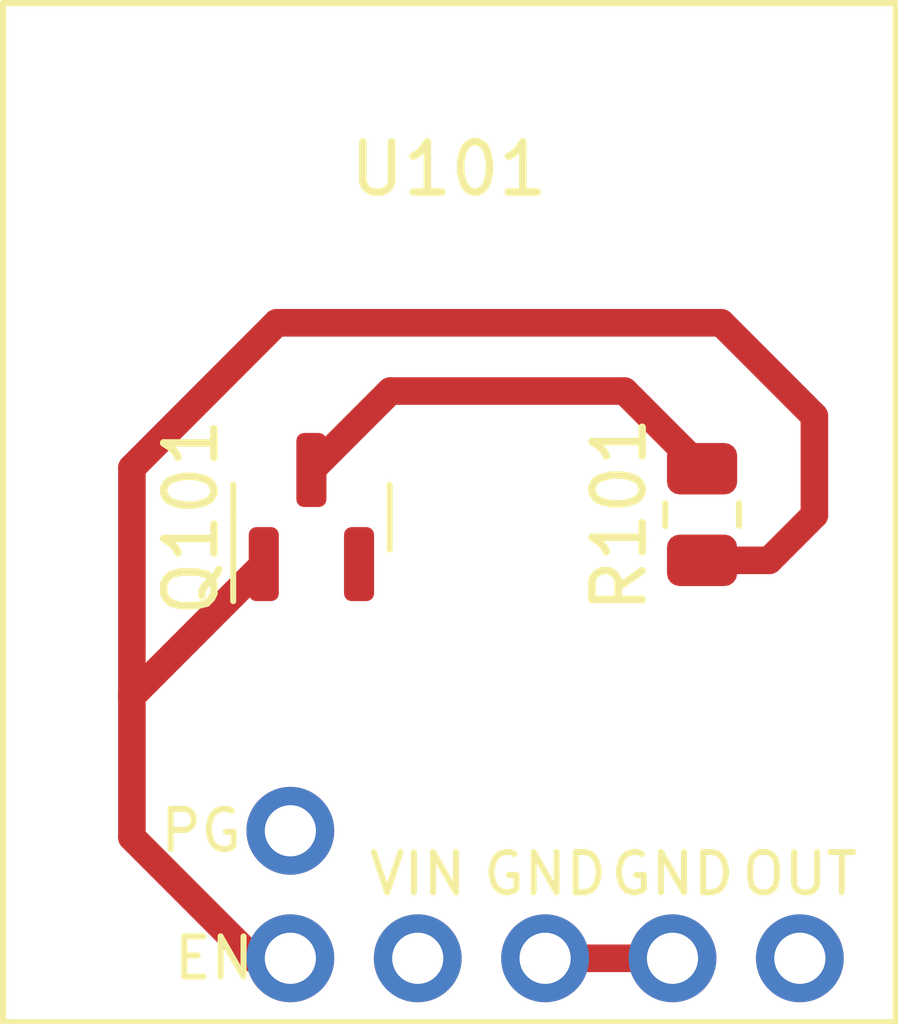
<source format=kicad_pcb>
(kicad_pcb (version 20211014) (generator pcbnew)
  (layers (0 "F.Cu" signal) (31 "B.Cu" signal) (34 "B.Paste" user) (35 "F.Paste" user) (36 "B.SilkS" user "B.Silkscreen") (37 "F.SilkS" user "F.Silkscreen") (38 "B.Mask" user) (39 "F.Mask" user) (44 "Edge.Cuts" user))
  (net 0 "")
  (net 1 "/3V3")
  (net 2 "GND")
  (net 3 "/EN")
  (net 4 "Net-(Q101-Pad3)")
  (net 5 "/IN")
  (footprint "Resistor_SMD:R_0805_2012Metric" (layer "F.Cu") (at 159.15 91.26 90)
    (fp_text reference "R101" (at 0 -1.65 90) (layer "F.SilkS"))
    (fp_text value "10K")
    (fp_line (start -0.227064 0.735) (end 0.227064 0.735) (layer "F.SilkS") (width 0.12))
    (fp_line (start -0.227064 -0.735) (end 0.227064 -0.735) (layer "F.SilkS") (width 0.12))
    (pad "1" smd roundrect locked (at -0.9125 0 90) (size 1.025 1.4) (layers "F.Cu" "F.Paste" "F.Mask") (roundrect_rratio 0.243902) (net 3 "/EN"))
    (pad "2" smd roundrect locked (at 0.9125 0 90) (size 1.025 1.4) (layers "F.Cu" "F.Paste" "F.Mask") (roundrect_rratio 0.243902) (net 4 "Net-(Q101-Pad3)"))
  )
  (footprint "Pololu_regulators:Pololu_3V3_5V_9V" (layer "F.Cu") (at 150.94 100.1)
    (fp_text reference "U101" (at 3.16 -15.72 unlocked) (layer "F.SilkS"))
    (fp_text value "D36V28F3")
    (fp_text user "VIN" (at 2.54 -1.68 180) (layer "F.SilkS") (effects (font (size 0.8 0.8) (thickness 0.12))))
    (fp_text user "OUT" (at 10.16 -1.68 180) (layer "F.SilkS") (effects (font (size 0.8 0.8) (thickness 0.12))))
    (fp_text user "EN" (at -1.524 0 180) (layer "F.SilkS") (effects (font (size 0.8 0.8) (thickness 0.12))))
    (fp_text user "GND" (at 5.08 -1.68 180) (layer "F.SilkS") (effects (font (size 0.8 0.8) (thickness 0.12))))
    (fp_text user "PG" (at -1.778 -2.54 180) (layer "F.SilkS") (effects (font (size 0.8 0.8) (thickness 0.12))))
    (fp_text user "GND" (at 7.62 -1.68 180) (layer "F.SilkS") (effects (font (size 0.8 0.8) (thickness 0.12))))
    (fp_line (start -5.73 -19.03) (end 12.07 -19.03) (layer "F.SilkS") (width 0.12))
    (fp_line (start -5.73 -19.03) (end -5.73 1.27) (layer "F.SilkS") (width 0.12))
    (fp_line (start 12.07 -19.03) (end 12.07 1.27) (layer "F.SilkS") (width 0.12))
    (fp_line (start -5.73 1.27) (end 12.07 1.27) (layer "F.SilkS") (width 0.12))
    (pad "1" thru_hole circle (at 0 0) (size 1.75 1.75) (drill 1.02) (layers *.Cu *.Mask) (net 3 "/EN"))
    (pad "1" thru_hole circle (at 0 -2.54) (size 1.75 1.75) (drill 1.02) (layers *.Cu *.Mask) (net 3 "/EN"))
    (pad "2" thru_hole circle (at 2.54 0) (size 1.75 1.75) (drill 1.02) (layers *.Cu *.Mask) (net 5 "/IN"))
    (pad "3" thru_hole circle (at 5.08 0) (size 1.75 1.75) (drill 1.02) (layers *.Cu *.Mask) (net 2 "GND"))
    (pad "4" thru_hole circle (at 7.62 0) (size 1.75 1.75) (drill 1.02) (layers *.Cu *.Mask) (net 2 "GND"))
    (pad "5" thru_hole circle (at 10.16 0) (size 1.75 1.75) (drill 1.02) (layers *.Cu *.Mask) (net 4 "Net-(Q101-Pad3)"))
  )
  (footprint "Package_TO_SOT_SMD:SOT-23" (layer "F.Cu") (at 151.36 91.31 90)
    (fp_text reference "Q101" (at 0 -2.4 90) (layer "F.SilkS"))
    (fp_text value "DMG2302U")
    (fp_line (start 0 -1.56) (end 0.65 -1.56) (layer "F.SilkS") (width 0.12))
    (fp_line (start 0 1.56) (end -0.65 1.56) (layer "F.SilkS") (width 0.12))
    (fp_line (start 0 1.56) (end 0.65 1.56) (layer "F.SilkS") (width 0.12))
    (fp_line (start 0 -1.56) (end -1.675 -1.56) (layer "F.SilkS") (width 0.12))
    (pad "1" smd roundrect locked (at -0.9375 -0.95 90) (size 1.475 0.6) (layers "F.Cu" "F.Paste" "F.Mask") (net 3 "/EN"))
    (pad "2" smd roundrect locked (at -0.9375 0.95 90) (size 1.475 0.6) (layers "F.Cu" "F.Paste" "F.Mask") (net 1 "/3V3"))
    (pad "3" smd roundrect locked (at 0.9375 0 90) (size 1.475 0.6) (layers "F.Cu" "F.Paste" "F.Mask") (net 4 "Net-(Q101-Pad3)"))
  )
  (segment (start 156.02 100.1) (end 158.56 100.1) (width 0.55) (layer "F.Cu") (net 2))
  (segment (start 161.39 89.3) (end 161.39 91.27) (width 0.55) (layer "F.Cu") (net 3))
  (segment (start 147.78 94.8775) (end 147.78 90.33) (width 0.55) (layer "F.Cu") (net 3))
  (segment (start 150.67 87.44) (end 159.53 87.44) (width 0.55) (layer "F.Cu") (net 3))
  (segment (start 159.53 87.44) (end 161.39 89.3) (width 0.55) (layer "F.Cu") (net 3))
  (segment (start 150.19 100.1) (end 147.78 97.69) (width 0.55) (layer "F.Cu") (net 3))
  (segment (start 161.39 91.27) (end 160.4875 92.1725) (width 0.55) (layer "F.Cu") (net 3))
  (segment (start 147.78 90.33) (end 150.67 87.44) (width 0.55) (layer "F.Cu") (net 3))
  (segment (start 160.4875 92.1725) (end 159.15 92.1725) (width 0.55) (layer "F.Cu") (net 3))
  (segment (start 147.78 97.69) (end 147.78 94.8775) (width 0.55) (layer "F.Cu") (net 3))
  (segment (start 147.78 94.8775) (end 150.41 92.2475) (width 0.55) (layer "F.Cu") (net 3))
  (segment (start 150.94 100.1) (end 150.19 100.1) (width 0.55) (layer "F.Cu") (net 3))
  (segment (start 151.36 90.3725) (end 152.9325 88.8) (width 0.55) (layer "F.Cu") (net 4))
  (segment (start 152.9325 88.8) (end 157.6025 88.8) (width 0.55) (layer "F.Cu") (net 4))
  (segment (start 157.6025 88.8) (end 159.15 90.3475) (width 0.55) (layer "F.Cu") (net 4))
  (segment (start 159.125 90.3725) (end 159.15 90.3475) (width 0.25) (layer "F.Cu") (net 4))
)
</source>
